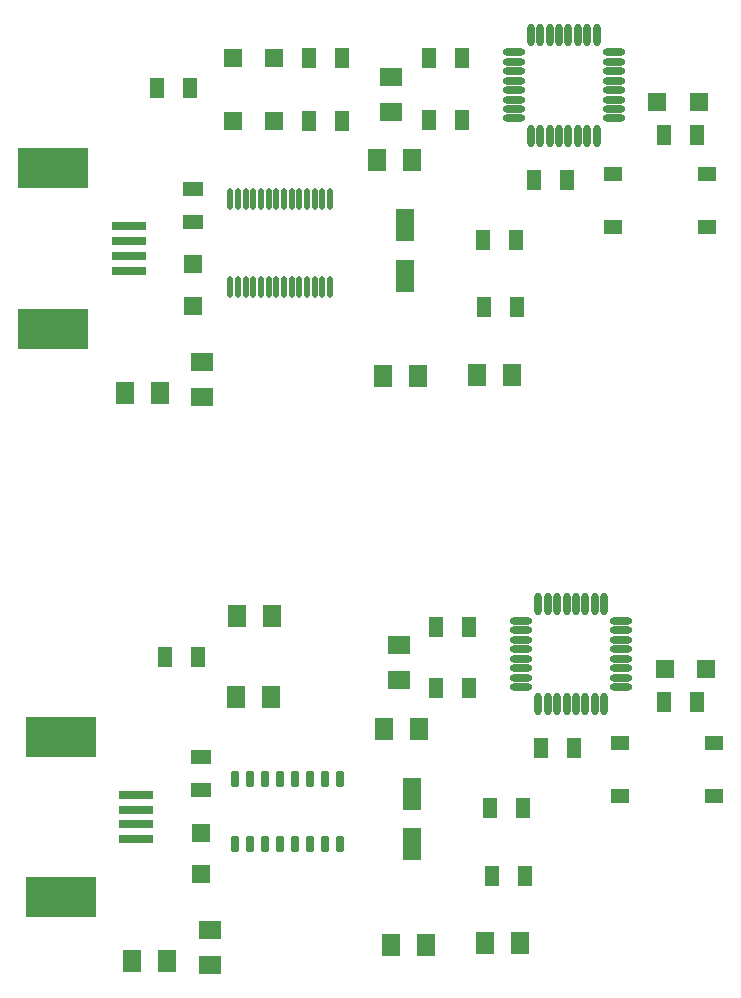
<source format=gtp>
G04*
G04 #@! TF.GenerationSoftware,Altium Limited,Altium Designer,23.10.1 (27)*
G04*
G04 Layer_Color=8421504*
%FSLAX44Y44*%
%MOMM*%
G71*
G04*
G04 #@! TF.SameCoordinates,3B84DC82-68C0-41DF-859C-FDBE0299760B*
G04*
G04*
G04 #@! TF.FilePolarity,Positive*
G04*
G01*
G75*
%ADD10R,1.5000X1.5000*%
%ADD11R,1.2557X1.7582*%
%ADD12R,1.5057X1.8582*%
G04:AMPARAMS|DCode=13|XSize=1.31mm|YSize=0.62mm|CornerRadius=0.0775mm|HoleSize=0mm|Usage=FLASHONLY|Rotation=90.000|XOffset=0mm|YOffset=0mm|HoleType=Round|Shape=RoundedRectangle|*
%AMROUNDEDRECTD13*
21,1,1.3100,0.4650,0,0,90.0*
21,1,1.1550,0.6200,0,0,90.0*
1,1,0.1550,0.2325,0.5775*
1,1,0.1550,0.2325,-0.5775*
1,1,0.1550,-0.2325,-0.5775*
1,1,0.1550,-0.2325,0.5775*
%
%ADD13ROUNDEDRECTD13*%
%ADD14R,1.5000X1.5000*%
%ADD15R,1.8582X1.5057*%
%ADD16R,3.0000X0.7000*%
%ADD17R,6.0400X3.4000*%
%ADD18R,1.7582X1.2557*%
%ADD19R,1.5500X1.3000*%
%ADD20O,0.6000X1.9500*%
%ADD21O,1.9500X0.6000*%
%ADD22R,1.6000X2.8000*%
%ADD24O,0.4500X1.8500*%
D10*
X660400Y345440D02*
D03*
X625400D02*
D03*
X654050Y825500D02*
D03*
X619050D02*
D03*
X294360Y808990D02*
D03*
X259360D02*
D03*
X294360Y862330D02*
D03*
X259360D02*
D03*
D11*
X624798Y317500D02*
D03*
X652822D02*
D03*
X229955Y355600D02*
D03*
X201930D02*
D03*
X520658Y278130D02*
D03*
X548682D02*
D03*
X506772Y170180D02*
D03*
X478748D02*
D03*
X505545Y227330D02*
D03*
X477520D02*
D03*
X459782Y328930D02*
D03*
X431758D02*
D03*
X459782Y381000D02*
D03*
X431758D02*
D03*
X624755Y797560D02*
D03*
X652780D02*
D03*
X514308Y759460D02*
D03*
X542332D02*
D03*
X223605Y836930D02*
D03*
X195580D02*
D03*
X500422Y651510D02*
D03*
X472398D02*
D03*
X499195Y708660D02*
D03*
X471170D02*
D03*
X453432Y810260D02*
D03*
X425408D02*
D03*
X453432Y862330D02*
D03*
X425408D02*
D03*
X351832Y808990D02*
D03*
X323808D02*
D03*
X351832Y862330D02*
D03*
X323808D02*
D03*
D12*
X263368Y389890D02*
D03*
X292892D02*
D03*
X262098Y321310D02*
D03*
X291622D02*
D03*
X174468Y97790D02*
D03*
X203992D02*
D03*
X393385Y111760D02*
D03*
X422910D02*
D03*
X387828Y294640D02*
D03*
X417352D02*
D03*
X472918Y113030D02*
D03*
X502442D02*
D03*
X168118Y579120D02*
D03*
X197642D02*
D03*
X387035Y593090D02*
D03*
X416560D02*
D03*
X381478Y775970D02*
D03*
X411002D02*
D03*
X466568Y594360D02*
D03*
X496092D02*
D03*
D13*
X274320Y197290D02*
D03*
X299720Y252290D02*
D03*
X261620Y197290D02*
D03*
X287020D02*
D03*
X299720D02*
D03*
X287020Y252290D02*
D03*
X312420D02*
D03*
X325120D02*
D03*
Y197290D02*
D03*
X350520Y252290D02*
D03*
X312420Y197290D02*
D03*
X337820D02*
D03*
Y252290D02*
D03*
X350520Y197290D02*
D03*
X274320Y252290D02*
D03*
X261620D02*
D03*
D14*
X232410Y206730D02*
D03*
Y171730D02*
D03*
X226060Y688060D02*
D03*
Y653060D02*
D03*
D15*
X240030Y94458D02*
D03*
Y123982D02*
D03*
X400050Y335758D02*
D03*
Y365282D02*
D03*
X233680Y575788D02*
D03*
Y605312D02*
D03*
X393700Y817088D02*
D03*
Y846612D02*
D03*
D16*
X177950Y226400D02*
D03*
Y213900D02*
D03*
Y238900D02*
D03*
Y201400D02*
D03*
X171600Y707730D02*
D03*
Y695230D02*
D03*
Y720230D02*
D03*
Y682730D02*
D03*
D17*
X113950Y152150D02*
D03*
Y288150D02*
D03*
X107600Y633480D02*
D03*
Y769480D02*
D03*
D18*
X232410Y242528D02*
D03*
Y270552D02*
D03*
X226060Y723858D02*
D03*
Y751882D02*
D03*
D19*
X667130Y237850D02*
D03*
X587630D02*
D03*
X667130Y282850D02*
D03*
X587630D02*
D03*
X660780Y719180D02*
D03*
X581280D02*
D03*
X660780Y764180D02*
D03*
X581280D02*
D03*
D20*
X518100Y315640D02*
D03*
X526100D02*
D03*
X534100D02*
D03*
X542100D02*
D03*
X550100D02*
D03*
X558100D02*
D03*
X566100D02*
D03*
X574100D02*
D03*
Y400640D02*
D03*
X566100D02*
D03*
X558100D02*
D03*
X550100D02*
D03*
X542100D02*
D03*
X534100D02*
D03*
X526100D02*
D03*
X518100D02*
D03*
X511750Y796970D02*
D03*
X519750D02*
D03*
X527750D02*
D03*
X535750D02*
D03*
X543750D02*
D03*
X551750D02*
D03*
X559750D02*
D03*
X567750D02*
D03*
Y881970D02*
D03*
X559750D02*
D03*
X551750D02*
D03*
X543750D02*
D03*
X535750D02*
D03*
X527750D02*
D03*
X519750D02*
D03*
X511750D02*
D03*
D21*
X588600Y330140D02*
D03*
Y338140D02*
D03*
Y346140D02*
D03*
Y354140D02*
D03*
Y362140D02*
D03*
Y370140D02*
D03*
Y378140D02*
D03*
Y386140D02*
D03*
X503600D02*
D03*
Y378140D02*
D03*
Y370140D02*
D03*
Y362140D02*
D03*
Y354140D02*
D03*
Y346140D02*
D03*
Y338140D02*
D03*
Y330140D02*
D03*
X582250Y811470D02*
D03*
Y819470D02*
D03*
Y827470D02*
D03*
Y835470D02*
D03*
Y843470D02*
D03*
Y851470D02*
D03*
Y859470D02*
D03*
Y867470D02*
D03*
X497250D02*
D03*
Y859470D02*
D03*
Y851470D02*
D03*
Y843470D02*
D03*
Y835470D02*
D03*
Y827470D02*
D03*
Y819470D02*
D03*
Y811470D02*
D03*
D22*
X411480Y239940D02*
D03*
Y196940D02*
D03*
X405130Y721270D02*
D03*
Y678270D02*
D03*
D24*
X341970Y743370D02*
D03*
X335470D02*
D03*
X328970D02*
D03*
X322470D02*
D03*
X315970D02*
D03*
X309470D02*
D03*
X302970D02*
D03*
X296470D02*
D03*
X289970D02*
D03*
X283470D02*
D03*
X276970D02*
D03*
X270470D02*
D03*
X263970D02*
D03*
X257470D02*
D03*
X341970Y668870D02*
D03*
X335470D02*
D03*
X328970D02*
D03*
X322470D02*
D03*
X315970D02*
D03*
X309470D02*
D03*
X302970D02*
D03*
X296470D02*
D03*
X289970D02*
D03*
X283470D02*
D03*
X276970D02*
D03*
X270470D02*
D03*
X263970D02*
D03*
X257470D02*
D03*
M02*

</source>
